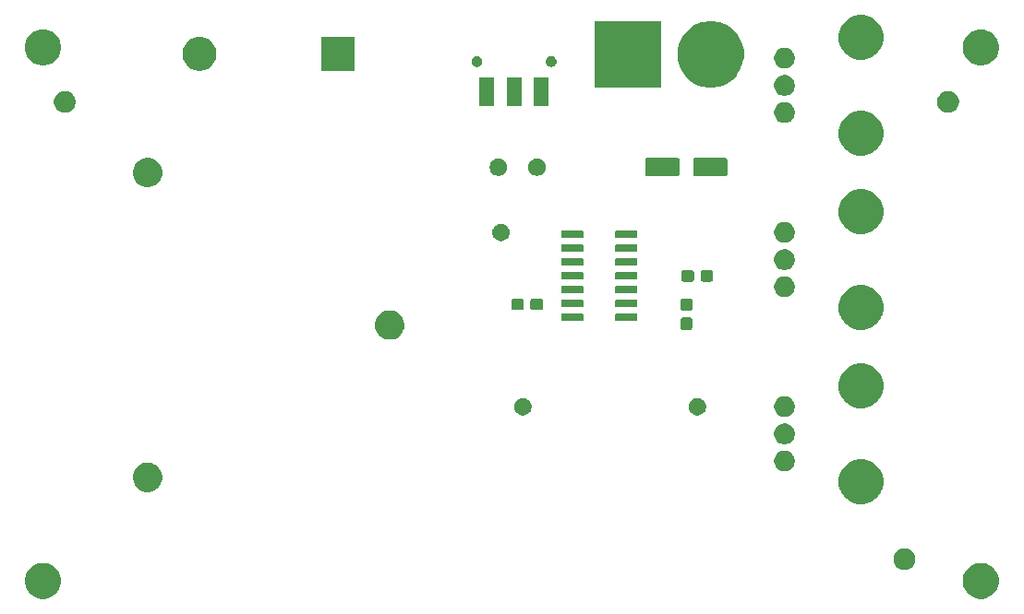
<source format=gbr>
G04 #@! TF.GenerationSoftware,KiCad,Pcbnew,(5.1.4-0-10_14)*
G04 #@! TF.CreationDate,2019-09-29T23:11:44+02:00*
G04 #@! TF.ProjectId,APC,4150432e-6b69-4636-9164-5f7063625858,rev?*
G04 #@! TF.SameCoordinates,Original*
G04 #@! TF.FileFunction,Soldermask,Top*
G04 #@! TF.FilePolarity,Negative*
%FSLAX46Y46*%
G04 Gerber Fmt 4.6, Leading zero omitted, Abs format (unit mm)*
G04 Created by KiCad (PCBNEW (5.1.4-0-10_14)) date 2019-09-29 23:11:44*
%MOMM*%
%LPD*%
G04 APERTURE LIST*
%ADD10C,0.100000*%
G04 APERTURE END LIST*
D10*
G36*
X175375256Y-96391298D02*
G01*
X175481579Y-96412447D01*
X175782042Y-96536903D01*
X176052451Y-96717585D01*
X176282415Y-96947549D01*
X176463097Y-97217958D01*
X176587553Y-97518421D01*
X176651000Y-97837391D01*
X176651000Y-98162609D01*
X176587553Y-98481579D01*
X176463097Y-98782042D01*
X176282415Y-99052451D01*
X176052451Y-99282415D01*
X175782042Y-99463097D01*
X175481579Y-99587553D01*
X175375256Y-99608702D01*
X175162611Y-99651000D01*
X174837389Y-99651000D01*
X174624744Y-99608702D01*
X174518421Y-99587553D01*
X174217958Y-99463097D01*
X173947549Y-99282415D01*
X173717585Y-99052451D01*
X173536903Y-98782042D01*
X173412447Y-98481579D01*
X173349000Y-98162609D01*
X173349000Y-97837391D01*
X173412447Y-97518421D01*
X173536903Y-97217958D01*
X173717585Y-96947549D01*
X173947549Y-96717585D01*
X174217958Y-96536903D01*
X174518421Y-96412447D01*
X174624744Y-96391298D01*
X174837389Y-96349000D01*
X175162611Y-96349000D01*
X175375256Y-96391298D01*
X175375256Y-96391298D01*
G37*
G36*
X89375256Y-96391298D02*
G01*
X89481579Y-96412447D01*
X89782042Y-96536903D01*
X90052451Y-96717585D01*
X90282415Y-96947549D01*
X90463097Y-97217958D01*
X90587553Y-97518421D01*
X90651000Y-97837391D01*
X90651000Y-98162609D01*
X90587553Y-98481579D01*
X90463097Y-98782042D01*
X90282415Y-99052451D01*
X90052451Y-99282415D01*
X89782042Y-99463097D01*
X89481579Y-99587553D01*
X89375256Y-99608702D01*
X89162611Y-99651000D01*
X88837389Y-99651000D01*
X88624744Y-99608702D01*
X88518421Y-99587553D01*
X88217958Y-99463097D01*
X87947549Y-99282415D01*
X87717585Y-99052451D01*
X87536903Y-98782042D01*
X87412447Y-98481579D01*
X87349000Y-98162609D01*
X87349000Y-97837391D01*
X87412447Y-97518421D01*
X87536903Y-97217958D01*
X87717585Y-96947549D01*
X87947549Y-96717585D01*
X88217958Y-96536903D01*
X88518421Y-96412447D01*
X88624744Y-96391298D01*
X88837389Y-96349000D01*
X89162611Y-96349000D01*
X89375256Y-96391298D01*
X89375256Y-96391298D01*
G37*
G36*
X168227290Y-95025619D02*
G01*
X168291689Y-95038429D01*
X168473678Y-95113811D01*
X168637463Y-95223249D01*
X168776751Y-95362537D01*
X168886189Y-95526322D01*
X168961571Y-95708311D01*
X169000000Y-95901509D01*
X169000000Y-96098491D01*
X168961571Y-96291689D01*
X168886189Y-96473678D01*
X168776751Y-96637463D01*
X168637463Y-96776751D01*
X168473678Y-96886189D01*
X168291689Y-96961571D01*
X168227290Y-96974381D01*
X168098493Y-97000000D01*
X167901507Y-97000000D01*
X167772710Y-96974381D01*
X167708311Y-96961571D01*
X167526322Y-96886189D01*
X167362537Y-96776751D01*
X167223249Y-96637463D01*
X167113811Y-96473678D01*
X167038429Y-96291689D01*
X167000000Y-96098491D01*
X167000000Y-95901509D01*
X167038429Y-95708311D01*
X167113811Y-95526322D01*
X167223249Y-95362537D01*
X167362537Y-95223249D01*
X167526322Y-95113811D01*
X167708311Y-95038429D01*
X167772710Y-95025619D01*
X167901507Y-95000000D01*
X168098493Y-95000000D01*
X168227290Y-95025619D01*
X168227290Y-95025619D01*
G37*
G36*
X164598254Y-86927818D02*
G01*
X164971511Y-87082426D01*
X164971513Y-87082427D01*
X165307436Y-87306884D01*
X165593116Y-87592564D01*
X165808196Y-87914453D01*
X165817574Y-87928489D01*
X165972182Y-88301746D01*
X166051000Y-88697993D01*
X166051000Y-89102007D01*
X165972182Y-89498254D01*
X165847575Y-89799082D01*
X165817573Y-89871513D01*
X165593116Y-90207436D01*
X165307436Y-90493116D01*
X164971513Y-90717573D01*
X164971512Y-90717574D01*
X164971511Y-90717574D01*
X164598254Y-90872182D01*
X164202007Y-90951000D01*
X163797993Y-90951000D01*
X163401746Y-90872182D01*
X163028489Y-90717574D01*
X163028488Y-90717574D01*
X163028487Y-90717573D01*
X162692564Y-90493116D01*
X162406884Y-90207436D01*
X162182427Y-89871513D01*
X162152425Y-89799082D01*
X162027818Y-89498254D01*
X161949000Y-89102007D01*
X161949000Y-88697993D01*
X162027818Y-88301746D01*
X162182426Y-87928489D01*
X162191805Y-87914453D01*
X162406884Y-87592564D01*
X162692564Y-87306884D01*
X163028487Y-87082427D01*
X163028489Y-87082426D01*
X163401746Y-86927818D01*
X163797993Y-86849000D01*
X164202007Y-86849000D01*
X164598254Y-86927818D01*
X164598254Y-86927818D01*
G37*
G36*
X98994072Y-87200918D02*
G01*
X99239939Y-87302759D01*
X99246112Y-87306884D01*
X99460997Y-87450466D01*
X99461212Y-87450610D01*
X99649390Y-87638788D01*
X99785685Y-87842766D01*
X99797242Y-87860063D01*
X99899082Y-88105928D01*
X99951000Y-88366937D01*
X99951000Y-88633063D01*
X99938084Y-88697994D01*
X99899082Y-88894072D01*
X99797241Y-89139939D01*
X99649390Y-89361212D01*
X99461212Y-89549390D01*
X99239939Y-89697241D01*
X99239938Y-89697242D01*
X99239937Y-89697242D01*
X98994072Y-89799082D01*
X98733063Y-89851000D01*
X98466937Y-89851000D01*
X98205928Y-89799082D01*
X97960063Y-89697242D01*
X97960062Y-89697242D01*
X97960061Y-89697241D01*
X97738788Y-89549390D01*
X97550610Y-89361212D01*
X97402759Y-89139939D01*
X97300918Y-88894072D01*
X97261916Y-88697994D01*
X97249000Y-88633063D01*
X97249000Y-88366937D01*
X97300918Y-88105928D01*
X97402758Y-87860063D01*
X97414316Y-87842766D01*
X97550610Y-87638788D01*
X97738788Y-87450610D01*
X97739004Y-87450466D01*
X97953888Y-87306884D01*
X97960061Y-87302759D01*
X98205928Y-87200918D01*
X98466937Y-87149000D01*
X98733063Y-87149000D01*
X98994072Y-87200918D01*
X98994072Y-87200918D01*
G37*
G36*
X157277395Y-86085546D02*
G01*
X157450466Y-86157234D01*
X157450467Y-86157235D01*
X157606227Y-86261310D01*
X157738690Y-86393773D01*
X157738691Y-86393775D01*
X157842766Y-86549534D01*
X157914454Y-86722605D01*
X157951000Y-86906333D01*
X157951000Y-87093667D01*
X157914454Y-87277395D01*
X157842766Y-87450466D01*
X157791081Y-87527818D01*
X157738690Y-87606227D01*
X157606227Y-87738690D01*
X157527818Y-87791081D01*
X157450466Y-87842766D01*
X157277395Y-87914454D01*
X157093667Y-87951000D01*
X156906333Y-87951000D01*
X156722605Y-87914454D01*
X156549534Y-87842766D01*
X156472182Y-87791081D01*
X156393773Y-87738690D01*
X156261310Y-87606227D01*
X156208919Y-87527818D01*
X156157234Y-87450466D01*
X156085546Y-87277395D01*
X156049000Y-87093667D01*
X156049000Y-86906333D01*
X156085546Y-86722605D01*
X156157234Y-86549534D01*
X156261309Y-86393775D01*
X156261310Y-86393773D01*
X156393773Y-86261310D01*
X156549533Y-86157235D01*
X156549534Y-86157234D01*
X156722605Y-86085546D01*
X156906333Y-86049000D01*
X157093667Y-86049000D01*
X157277395Y-86085546D01*
X157277395Y-86085546D01*
G37*
G36*
X157277395Y-83585546D02*
G01*
X157450466Y-83657234D01*
X157450467Y-83657235D01*
X157606227Y-83761310D01*
X157738690Y-83893773D01*
X157738691Y-83893775D01*
X157842766Y-84049534D01*
X157914454Y-84222605D01*
X157951000Y-84406333D01*
X157951000Y-84593667D01*
X157914454Y-84777395D01*
X157842766Y-84950466D01*
X157842765Y-84950467D01*
X157738690Y-85106227D01*
X157606227Y-85238690D01*
X157527818Y-85291081D01*
X157450466Y-85342766D01*
X157277395Y-85414454D01*
X157093667Y-85451000D01*
X156906333Y-85451000D01*
X156722605Y-85414454D01*
X156549534Y-85342766D01*
X156472182Y-85291081D01*
X156393773Y-85238690D01*
X156261310Y-85106227D01*
X156157235Y-84950467D01*
X156157234Y-84950466D01*
X156085546Y-84777395D01*
X156049000Y-84593667D01*
X156049000Y-84406333D01*
X156085546Y-84222605D01*
X156157234Y-84049534D01*
X156261309Y-83893775D01*
X156261310Y-83893773D01*
X156393773Y-83761310D01*
X156549533Y-83657235D01*
X156549534Y-83657234D01*
X156722605Y-83585546D01*
X156906333Y-83549000D01*
X157093667Y-83549000D01*
X157277395Y-83585546D01*
X157277395Y-83585546D01*
G37*
G36*
X157277395Y-81085546D02*
G01*
X157450466Y-81157234D01*
X157450467Y-81157235D01*
X157606227Y-81261310D01*
X157738690Y-81393773D01*
X157738691Y-81393775D01*
X157842766Y-81549534D01*
X157914454Y-81722605D01*
X157951000Y-81906333D01*
X157951000Y-82093667D01*
X157914454Y-82277395D01*
X157842766Y-82450466D01*
X157842765Y-82450467D01*
X157738690Y-82606227D01*
X157606227Y-82738690D01*
X157559042Y-82770218D01*
X157450466Y-82842766D01*
X157277395Y-82914454D01*
X157093667Y-82951000D01*
X156906333Y-82951000D01*
X156722605Y-82914454D01*
X156549534Y-82842766D01*
X156440958Y-82770218D01*
X156393773Y-82738690D01*
X156261310Y-82606227D01*
X156157235Y-82450467D01*
X156157234Y-82450466D01*
X156085546Y-82277395D01*
X156049000Y-82093667D01*
X156049000Y-81906333D01*
X156085546Y-81722605D01*
X156157234Y-81549534D01*
X156261309Y-81393775D01*
X156261310Y-81393773D01*
X156393773Y-81261310D01*
X156549533Y-81157235D01*
X156549534Y-81157234D01*
X156722605Y-81085546D01*
X156906333Y-81049000D01*
X157093667Y-81049000D01*
X157277395Y-81085546D01*
X157277395Y-81085546D01*
G37*
G36*
X149233642Y-81229781D02*
G01*
X149309759Y-81261310D01*
X149379416Y-81290163D01*
X149510608Y-81377822D01*
X149622178Y-81489392D01*
X149662363Y-81549534D01*
X149709838Y-81620586D01*
X149770219Y-81766358D01*
X149801000Y-81921107D01*
X149801000Y-82078893D01*
X149770219Y-82233642D01*
X149752095Y-82277396D01*
X149709837Y-82379416D01*
X149622178Y-82510608D01*
X149510608Y-82622178D01*
X149379416Y-82709837D01*
X149379415Y-82709838D01*
X149379414Y-82709838D01*
X149233642Y-82770219D01*
X149078893Y-82801000D01*
X148921107Y-82801000D01*
X148766358Y-82770219D01*
X148620586Y-82709838D01*
X148620585Y-82709838D01*
X148620584Y-82709837D01*
X148489392Y-82622178D01*
X148377822Y-82510608D01*
X148290163Y-82379416D01*
X148247905Y-82277396D01*
X148229781Y-82233642D01*
X148199000Y-82078893D01*
X148199000Y-81921107D01*
X148229781Y-81766358D01*
X148290162Y-81620586D01*
X148337637Y-81549534D01*
X148377822Y-81489392D01*
X148489392Y-81377822D01*
X148620584Y-81290163D01*
X148690241Y-81261310D01*
X148766358Y-81229781D01*
X148921107Y-81199000D01*
X149078893Y-81199000D01*
X149233642Y-81229781D01*
X149233642Y-81229781D01*
G37*
G36*
X133233642Y-81229781D02*
G01*
X133309759Y-81261310D01*
X133379416Y-81290163D01*
X133510608Y-81377822D01*
X133622178Y-81489392D01*
X133662363Y-81549534D01*
X133709838Y-81620586D01*
X133770219Y-81766358D01*
X133801000Y-81921107D01*
X133801000Y-82078893D01*
X133770219Y-82233642D01*
X133752095Y-82277396D01*
X133709837Y-82379416D01*
X133622178Y-82510608D01*
X133510608Y-82622178D01*
X133379416Y-82709837D01*
X133379415Y-82709838D01*
X133379414Y-82709838D01*
X133233642Y-82770219D01*
X133078893Y-82801000D01*
X132921107Y-82801000D01*
X132766358Y-82770219D01*
X132620586Y-82709838D01*
X132620585Y-82709838D01*
X132620584Y-82709837D01*
X132489392Y-82622178D01*
X132377822Y-82510608D01*
X132290163Y-82379416D01*
X132247905Y-82277396D01*
X132229781Y-82233642D01*
X132199000Y-82078893D01*
X132199000Y-81921107D01*
X132229781Y-81766358D01*
X132290162Y-81620586D01*
X132337637Y-81549534D01*
X132377822Y-81489392D01*
X132489392Y-81377822D01*
X132620584Y-81290163D01*
X132690241Y-81261310D01*
X132766358Y-81229781D01*
X132921107Y-81199000D01*
X133078893Y-81199000D01*
X133233642Y-81229781D01*
X133233642Y-81229781D01*
G37*
G36*
X164598254Y-78127818D02*
G01*
X164971511Y-78282426D01*
X164971513Y-78282427D01*
X165307436Y-78506884D01*
X165593116Y-78792564D01*
X165817574Y-79128489D01*
X165972182Y-79501746D01*
X166051000Y-79897993D01*
X166051000Y-80302007D01*
X165972182Y-80698254D01*
X165826898Y-81049000D01*
X165817573Y-81071513D01*
X165593116Y-81407436D01*
X165307436Y-81693116D01*
X164971513Y-81917573D01*
X164971512Y-81917574D01*
X164971511Y-81917574D01*
X164598254Y-82072182D01*
X164202007Y-82151000D01*
X163797993Y-82151000D01*
X163401746Y-82072182D01*
X163028489Y-81917574D01*
X163028488Y-81917574D01*
X163028487Y-81917573D01*
X162692564Y-81693116D01*
X162406884Y-81407436D01*
X162182427Y-81071513D01*
X162173102Y-81049000D01*
X162027818Y-80698254D01*
X161949000Y-80302007D01*
X161949000Y-79897993D01*
X162027818Y-79501746D01*
X162182426Y-79128489D01*
X162406884Y-78792564D01*
X162692564Y-78506884D01*
X163028487Y-78282427D01*
X163028489Y-78282426D01*
X163401746Y-78127818D01*
X163797993Y-78049000D01*
X164202007Y-78049000D01*
X164598254Y-78127818D01*
X164598254Y-78127818D01*
G37*
G36*
X121093837Y-73180980D02*
G01*
X121194072Y-73200918D01*
X121439939Y-73302759D01*
X121551328Y-73377187D01*
X121661211Y-73450609D01*
X121849391Y-73638789D01*
X121997242Y-73860063D01*
X122099082Y-74105928D01*
X122151000Y-74366937D01*
X122151000Y-74633063D01*
X122119883Y-74789499D01*
X122099082Y-74894072D01*
X121997241Y-75139939D01*
X121849390Y-75361212D01*
X121661212Y-75549390D01*
X121439939Y-75697241D01*
X121439938Y-75697242D01*
X121439937Y-75697242D01*
X121194072Y-75799082D01*
X120933063Y-75851000D01*
X120666937Y-75851000D01*
X120405928Y-75799082D01*
X120160063Y-75697242D01*
X120160062Y-75697242D01*
X120160061Y-75697241D01*
X119938788Y-75549390D01*
X119750610Y-75361212D01*
X119602759Y-75139939D01*
X119500918Y-74894072D01*
X119480117Y-74789499D01*
X119449000Y-74633063D01*
X119449000Y-74366937D01*
X119500918Y-74105928D01*
X119602758Y-73860063D01*
X119750609Y-73638789D01*
X119938789Y-73450609D01*
X120048672Y-73377187D01*
X120160061Y-73302759D01*
X120405928Y-73200918D01*
X120506163Y-73180980D01*
X120666937Y-73149000D01*
X120933063Y-73149000D01*
X121093837Y-73180980D01*
X121093837Y-73180980D01*
G37*
G36*
X164598254Y-70927818D02*
G01*
X164918002Y-71060262D01*
X164971513Y-71082427D01*
X165307436Y-71306884D01*
X165593116Y-71592564D01*
X165808196Y-71914453D01*
X165817574Y-71928489D01*
X165972182Y-72301746D01*
X166051000Y-72697993D01*
X166051000Y-73102007D01*
X165972182Y-73498254D01*
X165847609Y-73799000D01*
X165817573Y-73871513D01*
X165593116Y-74207436D01*
X165307436Y-74493116D01*
X164971513Y-74717573D01*
X164971512Y-74717574D01*
X164971511Y-74717574D01*
X164598254Y-74872182D01*
X164202007Y-74951000D01*
X163797993Y-74951000D01*
X163401746Y-74872182D01*
X163028489Y-74717574D01*
X163028488Y-74717574D01*
X163028487Y-74717573D01*
X162692564Y-74493116D01*
X162406884Y-74207436D01*
X162182427Y-73871513D01*
X162152391Y-73799000D01*
X162027818Y-73498254D01*
X161949000Y-73102007D01*
X161949000Y-72697993D01*
X162027818Y-72301746D01*
X162182426Y-71928489D01*
X162191805Y-71914453D01*
X162406884Y-71592564D01*
X162692564Y-71306884D01*
X163028487Y-71082427D01*
X163081998Y-71060262D01*
X163401746Y-70927818D01*
X163797993Y-70849000D01*
X164202007Y-70849000D01*
X164598254Y-70927818D01*
X164598254Y-70927818D01*
G37*
G36*
X148364499Y-73803445D02*
G01*
X148401995Y-73814820D01*
X148436554Y-73833292D01*
X148466847Y-73858153D01*
X148491708Y-73888446D01*
X148510180Y-73923005D01*
X148521555Y-73960501D01*
X148526000Y-74005638D01*
X148526000Y-74744362D01*
X148521555Y-74789499D01*
X148510180Y-74826995D01*
X148491708Y-74861554D01*
X148466847Y-74891847D01*
X148436554Y-74916708D01*
X148401995Y-74935180D01*
X148364499Y-74946555D01*
X148319362Y-74951000D01*
X147680638Y-74951000D01*
X147635501Y-74946555D01*
X147598005Y-74935180D01*
X147563446Y-74916708D01*
X147533153Y-74891847D01*
X147508292Y-74861554D01*
X147489820Y-74826995D01*
X147478445Y-74789499D01*
X147474000Y-74744362D01*
X147474000Y-74005638D01*
X147478445Y-73960501D01*
X147489820Y-73923005D01*
X147508292Y-73888446D01*
X147533153Y-73858153D01*
X147563446Y-73833292D01*
X147598005Y-73814820D01*
X147635501Y-73803445D01*
X147680638Y-73799000D01*
X148319362Y-73799000D01*
X148364499Y-73803445D01*
X148364499Y-73803445D01*
G37*
G36*
X138459928Y-73461764D02*
G01*
X138481009Y-73468160D01*
X138500445Y-73478548D01*
X138517476Y-73492524D01*
X138531452Y-73509555D01*
X138541840Y-73528991D01*
X138548236Y-73550072D01*
X138551000Y-73578140D01*
X138551000Y-74041860D01*
X138548236Y-74069928D01*
X138541840Y-74091009D01*
X138531452Y-74110445D01*
X138517476Y-74127476D01*
X138500445Y-74141452D01*
X138481009Y-74151840D01*
X138459928Y-74158236D01*
X138431860Y-74161000D01*
X136618140Y-74161000D01*
X136590072Y-74158236D01*
X136568991Y-74151840D01*
X136549555Y-74141452D01*
X136532524Y-74127476D01*
X136518548Y-74110445D01*
X136508160Y-74091009D01*
X136501764Y-74069928D01*
X136499000Y-74041860D01*
X136499000Y-73578140D01*
X136501764Y-73550072D01*
X136508160Y-73528991D01*
X136518548Y-73509555D01*
X136532524Y-73492524D01*
X136549555Y-73478548D01*
X136568991Y-73468160D01*
X136590072Y-73461764D01*
X136618140Y-73459000D01*
X138431860Y-73459000D01*
X138459928Y-73461764D01*
X138459928Y-73461764D01*
G37*
G36*
X143409928Y-73461764D02*
G01*
X143431009Y-73468160D01*
X143450445Y-73478548D01*
X143467476Y-73492524D01*
X143481452Y-73509555D01*
X143491840Y-73528991D01*
X143498236Y-73550072D01*
X143501000Y-73578140D01*
X143501000Y-74041860D01*
X143498236Y-74069928D01*
X143491840Y-74091009D01*
X143481452Y-74110445D01*
X143467476Y-74127476D01*
X143450445Y-74141452D01*
X143431009Y-74151840D01*
X143409928Y-74158236D01*
X143381860Y-74161000D01*
X141568140Y-74161000D01*
X141540072Y-74158236D01*
X141518991Y-74151840D01*
X141499555Y-74141452D01*
X141482524Y-74127476D01*
X141468548Y-74110445D01*
X141458160Y-74091009D01*
X141451764Y-74069928D01*
X141449000Y-74041860D01*
X141449000Y-73578140D01*
X141451764Y-73550072D01*
X141458160Y-73528991D01*
X141468548Y-73509555D01*
X141482524Y-73492524D01*
X141499555Y-73478548D01*
X141518991Y-73468160D01*
X141540072Y-73461764D01*
X141568140Y-73459000D01*
X143381860Y-73459000D01*
X143409928Y-73461764D01*
X143409928Y-73461764D01*
G37*
G36*
X148364499Y-72053445D02*
G01*
X148401995Y-72064820D01*
X148436554Y-72083292D01*
X148466847Y-72108153D01*
X148491708Y-72138446D01*
X148510180Y-72173005D01*
X148521555Y-72210501D01*
X148526000Y-72255638D01*
X148526000Y-72994362D01*
X148521555Y-73039499D01*
X148510180Y-73076995D01*
X148491708Y-73111554D01*
X148466847Y-73141847D01*
X148436554Y-73166708D01*
X148401995Y-73185180D01*
X148364499Y-73196555D01*
X148319362Y-73201000D01*
X147680638Y-73201000D01*
X147635501Y-73196555D01*
X147598005Y-73185180D01*
X147563446Y-73166708D01*
X147533153Y-73141847D01*
X147508292Y-73111554D01*
X147489820Y-73076995D01*
X147478445Y-73039499D01*
X147474000Y-72994362D01*
X147474000Y-72255638D01*
X147478445Y-72210501D01*
X147489820Y-72173005D01*
X147508292Y-72138446D01*
X147533153Y-72108153D01*
X147563446Y-72083292D01*
X147598005Y-72064820D01*
X147635501Y-72053445D01*
X147680638Y-72049000D01*
X148319362Y-72049000D01*
X148364499Y-72053445D01*
X148364499Y-72053445D01*
G37*
G36*
X134689499Y-72078445D02*
G01*
X134726995Y-72089820D01*
X134761554Y-72108292D01*
X134791847Y-72133153D01*
X134816708Y-72163446D01*
X134835180Y-72198005D01*
X134846555Y-72235501D01*
X134851000Y-72280638D01*
X134851000Y-72919362D01*
X134846555Y-72964499D01*
X134835180Y-73001995D01*
X134816708Y-73036554D01*
X134791847Y-73066847D01*
X134761554Y-73091708D01*
X134726995Y-73110180D01*
X134689499Y-73121555D01*
X134644362Y-73126000D01*
X133905638Y-73126000D01*
X133860501Y-73121555D01*
X133823005Y-73110180D01*
X133788446Y-73091708D01*
X133758153Y-73066847D01*
X133733292Y-73036554D01*
X133714820Y-73001995D01*
X133703445Y-72964499D01*
X133699000Y-72919362D01*
X133699000Y-72280638D01*
X133703445Y-72235501D01*
X133714820Y-72198005D01*
X133733292Y-72163446D01*
X133758153Y-72133153D01*
X133788446Y-72108292D01*
X133823005Y-72089820D01*
X133860501Y-72078445D01*
X133905638Y-72074000D01*
X134644362Y-72074000D01*
X134689499Y-72078445D01*
X134689499Y-72078445D01*
G37*
G36*
X132939499Y-72078445D02*
G01*
X132976995Y-72089820D01*
X133011554Y-72108292D01*
X133041847Y-72133153D01*
X133066708Y-72163446D01*
X133085180Y-72198005D01*
X133096555Y-72235501D01*
X133101000Y-72280638D01*
X133101000Y-72919362D01*
X133096555Y-72964499D01*
X133085180Y-73001995D01*
X133066708Y-73036554D01*
X133041847Y-73066847D01*
X133011554Y-73091708D01*
X132976995Y-73110180D01*
X132939499Y-73121555D01*
X132894362Y-73126000D01*
X132155638Y-73126000D01*
X132110501Y-73121555D01*
X132073005Y-73110180D01*
X132038446Y-73091708D01*
X132008153Y-73066847D01*
X131983292Y-73036554D01*
X131964820Y-73001995D01*
X131953445Y-72964499D01*
X131949000Y-72919362D01*
X131949000Y-72280638D01*
X131953445Y-72235501D01*
X131964820Y-72198005D01*
X131983292Y-72163446D01*
X132008153Y-72133153D01*
X132038446Y-72108292D01*
X132073005Y-72089820D01*
X132110501Y-72078445D01*
X132155638Y-72074000D01*
X132894362Y-72074000D01*
X132939499Y-72078445D01*
X132939499Y-72078445D01*
G37*
G36*
X138459928Y-72191764D02*
G01*
X138481009Y-72198160D01*
X138500445Y-72208548D01*
X138517476Y-72222524D01*
X138531452Y-72239555D01*
X138541840Y-72258991D01*
X138548236Y-72280072D01*
X138551000Y-72308140D01*
X138551000Y-72771860D01*
X138548236Y-72799928D01*
X138541840Y-72821009D01*
X138531452Y-72840445D01*
X138517476Y-72857476D01*
X138500445Y-72871452D01*
X138481009Y-72881840D01*
X138459928Y-72888236D01*
X138431860Y-72891000D01*
X136618140Y-72891000D01*
X136590072Y-72888236D01*
X136568991Y-72881840D01*
X136549555Y-72871452D01*
X136532524Y-72857476D01*
X136518548Y-72840445D01*
X136508160Y-72821009D01*
X136501764Y-72799928D01*
X136499000Y-72771860D01*
X136499000Y-72308140D01*
X136501764Y-72280072D01*
X136508160Y-72258991D01*
X136518548Y-72239555D01*
X136532524Y-72222524D01*
X136549555Y-72208548D01*
X136568991Y-72198160D01*
X136590072Y-72191764D01*
X136618140Y-72189000D01*
X138431860Y-72189000D01*
X138459928Y-72191764D01*
X138459928Y-72191764D01*
G37*
G36*
X143409928Y-72191764D02*
G01*
X143431009Y-72198160D01*
X143450445Y-72208548D01*
X143467476Y-72222524D01*
X143481452Y-72239555D01*
X143491840Y-72258991D01*
X143498236Y-72280072D01*
X143501000Y-72308140D01*
X143501000Y-72771860D01*
X143498236Y-72799928D01*
X143491840Y-72821009D01*
X143481452Y-72840445D01*
X143467476Y-72857476D01*
X143450445Y-72871452D01*
X143431009Y-72881840D01*
X143409928Y-72888236D01*
X143381860Y-72891000D01*
X141568140Y-72891000D01*
X141540072Y-72888236D01*
X141518991Y-72881840D01*
X141499555Y-72871452D01*
X141482524Y-72857476D01*
X141468548Y-72840445D01*
X141458160Y-72821009D01*
X141451764Y-72799928D01*
X141449000Y-72771860D01*
X141449000Y-72308140D01*
X141451764Y-72280072D01*
X141458160Y-72258991D01*
X141468548Y-72239555D01*
X141482524Y-72222524D01*
X141499555Y-72208548D01*
X141518991Y-72198160D01*
X141540072Y-72191764D01*
X141568140Y-72189000D01*
X143381860Y-72189000D01*
X143409928Y-72191764D01*
X143409928Y-72191764D01*
G37*
G36*
X157277395Y-70085546D02*
G01*
X157450466Y-70157234D01*
X157450467Y-70157235D01*
X157606227Y-70261310D01*
X157738690Y-70393773D01*
X157748941Y-70409115D01*
X157842766Y-70549534D01*
X157914454Y-70722605D01*
X157951000Y-70906333D01*
X157951000Y-71093667D01*
X157914454Y-71277395D01*
X157842766Y-71450466D01*
X157791081Y-71527818D01*
X157738690Y-71606227D01*
X157606227Y-71738690D01*
X157527818Y-71791081D01*
X157450466Y-71842766D01*
X157277395Y-71914454D01*
X157093667Y-71951000D01*
X156906333Y-71951000D01*
X156722605Y-71914454D01*
X156549534Y-71842766D01*
X156472182Y-71791081D01*
X156393773Y-71738690D01*
X156261310Y-71606227D01*
X156208919Y-71527818D01*
X156157234Y-71450466D01*
X156085546Y-71277395D01*
X156049000Y-71093667D01*
X156049000Y-70906333D01*
X156085546Y-70722605D01*
X156157234Y-70549534D01*
X156251059Y-70409115D01*
X156261310Y-70393773D01*
X156393773Y-70261310D01*
X156549533Y-70157235D01*
X156549534Y-70157234D01*
X156722605Y-70085546D01*
X156906333Y-70049000D01*
X157093667Y-70049000D01*
X157277395Y-70085546D01*
X157277395Y-70085546D01*
G37*
G36*
X138459928Y-70921764D02*
G01*
X138481009Y-70928160D01*
X138500445Y-70938548D01*
X138517476Y-70952524D01*
X138531452Y-70969555D01*
X138541840Y-70988991D01*
X138548236Y-71010072D01*
X138551000Y-71038140D01*
X138551000Y-71501860D01*
X138548236Y-71529928D01*
X138541840Y-71551009D01*
X138531452Y-71570445D01*
X138517476Y-71587476D01*
X138500445Y-71601452D01*
X138481009Y-71611840D01*
X138459928Y-71618236D01*
X138431860Y-71621000D01*
X136618140Y-71621000D01*
X136590072Y-71618236D01*
X136568991Y-71611840D01*
X136549555Y-71601452D01*
X136532524Y-71587476D01*
X136518548Y-71570445D01*
X136508160Y-71551009D01*
X136501764Y-71529928D01*
X136499000Y-71501860D01*
X136499000Y-71038140D01*
X136501764Y-71010072D01*
X136508160Y-70988991D01*
X136518548Y-70969555D01*
X136532524Y-70952524D01*
X136549555Y-70938548D01*
X136568991Y-70928160D01*
X136590072Y-70921764D01*
X136618140Y-70919000D01*
X138431860Y-70919000D01*
X138459928Y-70921764D01*
X138459928Y-70921764D01*
G37*
G36*
X143409928Y-70921764D02*
G01*
X143431009Y-70928160D01*
X143450445Y-70938548D01*
X143467476Y-70952524D01*
X143481452Y-70969555D01*
X143491840Y-70988991D01*
X143498236Y-71010072D01*
X143501000Y-71038140D01*
X143501000Y-71501860D01*
X143498236Y-71529928D01*
X143491840Y-71551009D01*
X143481452Y-71570445D01*
X143467476Y-71587476D01*
X143450445Y-71601452D01*
X143431009Y-71611840D01*
X143409928Y-71618236D01*
X143381860Y-71621000D01*
X141568140Y-71621000D01*
X141540072Y-71618236D01*
X141518991Y-71611840D01*
X141499555Y-71601452D01*
X141482524Y-71587476D01*
X141468548Y-71570445D01*
X141458160Y-71551009D01*
X141451764Y-71529928D01*
X141449000Y-71501860D01*
X141449000Y-71038140D01*
X141451764Y-71010072D01*
X141458160Y-70988991D01*
X141468548Y-70969555D01*
X141482524Y-70952524D01*
X141499555Y-70938548D01*
X141518991Y-70928160D01*
X141540072Y-70921764D01*
X141568140Y-70919000D01*
X143381860Y-70919000D01*
X143409928Y-70921764D01*
X143409928Y-70921764D01*
G37*
G36*
X150289499Y-69478445D02*
G01*
X150326995Y-69489820D01*
X150361554Y-69508292D01*
X150391847Y-69533153D01*
X150416708Y-69563446D01*
X150435180Y-69598005D01*
X150446555Y-69635501D01*
X150451000Y-69680638D01*
X150451000Y-70319362D01*
X150446555Y-70364499D01*
X150435180Y-70401995D01*
X150416708Y-70436554D01*
X150391847Y-70466847D01*
X150361554Y-70491708D01*
X150326995Y-70510180D01*
X150289499Y-70521555D01*
X150244362Y-70526000D01*
X149505638Y-70526000D01*
X149460501Y-70521555D01*
X149423005Y-70510180D01*
X149388446Y-70491708D01*
X149358153Y-70466847D01*
X149333292Y-70436554D01*
X149314820Y-70401995D01*
X149303445Y-70364499D01*
X149299000Y-70319362D01*
X149299000Y-69680638D01*
X149303445Y-69635501D01*
X149314820Y-69598005D01*
X149333292Y-69563446D01*
X149358153Y-69533153D01*
X149388446Y-69508292D01*
X149423005Y-69489820D01*
X149460501Y-69478445D01*
X149505638Y-69474000D01*
X150244362Y-69474000D01*
X150289499Y-69478445D01*
X150289499Y-69478445D01*
G37*
G36*
X148539499Y-69478445D02*
G01*
X148576995Y-69489820D01*
X148611554Y-69508292D01*
X148641847Y-69533153D01*
X148666708Y-69563446D01*
X148685180Y-69598005D01*
X148696555Y-69635501D01*
X148701000Y-69680638D01*
X148701000Y-70319362D01*
X148696555Y-70364499D01*
X148685180Y-70401995D01*
X148666708Y-70436554D01*
X148641847Y-70466847D01*
X148611554Y-70491708D01*
X148576995Y-70510180D01*
X148539499Y-70521555D01*
X148494362Y-70526000D01*
X147755638Y-70526000D01*
X147710501Y-70521555D01*
X147673005Y-70510180D01*
X147638446Y-70491708D01*
X147608153Y-70466847D01*
X147583292Y-70436554D01*
X147564820Y-70401995D01*
X147553445Y-70364499D01*
X147549000Y-70319362D01*
X147549000Y-69680638D01*
X147553445Y-69635501D01*
X147564820Y-69598005D01*
X147583292Y-69563446D01*
X147608153Y-69533153D01*
X147638446Y-69508292D01*
X147673005Y-69489820D01*
X147710501Y-69478445D01*
X147755638Y-69474000D01*
X148494362Y-69474000D01*
X148539499Y-69478445D01*
X148539499Y-69478445D01*
G37*
G36*
X138459928Y-69651764D02*
G01*
X138481009Y-69658160D01*
X138500445Y-69668548D01*
X138517476Y-69682524D01*
X138531452Y-69699555D01*
X138541840Y-69718991D01*
X138548236Y-69740072D01*
X138551000Y-69768140D01*
X138551000Y-70231860D01*
X138548236Y-70259928D01*
X138541840Y-70281009D01*
X138531452Y-70300445D01*
X138517476Y-70317476D01*
X138500445Y-70331452D01*
X138481009Y-70341840D01*
X138459928Y-70348236D01*
X138431860Y-70351000D01*
X136618140Y-70351000D01*
X136590072Y-70348236D01*
X136568991Y-70341840D01*
X136549555Y-70331452D01*
X136532524Y-70317476D01*
X136518548Y-70300445D01*
X136508160Y-70281009D01*
X136501764Y-70259928D01*
X136499000Y-70231860D01*
X136499000Y-69768140D01*
X136501764Y-69740072D01*
X136508160Y-69718991D01*
X136518548Y-69699555D01*
X136532524Y-69682524D01*
X136549555Y-69668548D01*
X136568991Y-69658160D01*
X136590072Y-69651764D01*
X136618140Y-69649000D01*
X138431860Y-69649000D01*
X138459928Y-69651764D01*
X138459928Y-69651764D01*
G37*
G36*
X143409928Y-69651764D02*
G01*
X143431009Y-69658160D01*
X143450445Y-69668548D01*
X143467476Y-69682524D01*
X143481452Y-69699555D01*
X143491840Y-69718991D01*
X143498236Y-69740072D01*
X143501000Y-69768140D01*
X143501000Y-70231860D01*
X143498236Y-70259928D01*
X143491840Y-70281009D01*
X143481452Y-70300445D01*
X143467476Y-70317476D01*
X143450445Y-70331452D01*
X143431009Y-70341840D01*
X143409928Y-70348236D01*
X143381860Y-70351000D01*
X141568140Y-70351000D01*
X141540072Y-70348236D01*
X141518991Y-70341840D01*
X141499555Y-70331452D01*
X141482524Y-70317476D01*
X141468548Y-70300445D01*
X141458160Y-70281009D01*
X141451764Y-70259928D01*
X141449000Y-70231860D01*
X141449000Y-69768140D01*
X141451764Y-69740072D01*
X141458160Y-69718991D01*
X141468548Y-69699555D01*
X141482524Y-69682524D01*
X141499555Y-69668548D01*
X141518991Y-69658160D01*
X141540072Y-69651764D01*
X141568140Y-69649000D01*
X143381860Y-69649000D01*
X143409928Y-69651764D01*
X143409928Y-69651764D01*
G37*
G36*
X157277395Y-67585546D02*
G01*
X157450466Y-67657234D01*
X157502287Y-67691860D01*
X157606227Y-67761310D01*
X157738690Y-67893773D01*
X157738691Y-67893775D01*
X157842766Y-68049534D01*
X157914454Y-68222605D01*
X157951000Y-68406333D01*
X157951000Y-68593667D01*
X157914454Y-68777395D01*
X157842766Y-68950466D01*
X157827936Y-68972661D01*
X157738690Y-69106227D01*
X157606227Y-69238690D01*
X157527818Y-69291081D01*
X157450466Y-69342766D01*
X157277395Y-69414454D01*
X157093667Y-69451000D01*
X156906333Y-69451000D01*
X156722605Y-69414454D01*
X156549534Y-69342766D01*
X156472182Y-69291081D01*
X156393773Y-69238690D01*
X156261310Y-69106227D01*
X156172064Y-68972661D01*
X156157234Y-68950466D01*
X156085546Y-68777395D01*
X156049000Y-68593667D01*
X156049000Y-68406333D01*
X156085546Y-68222605D01*
X156157234Y-68049534D01*
X156261309Y-67893775D01*
X156261310Y-67893773D01*
X156393773Y-67761310D01*
X156497713Y-67691860D01*
X156549534Y-67657234D01*
X156722605Y-67585546D01*
X156906333Y-67549000D01*
X157093667Y-67549000D01*
X157277395Y-67585546D01*
X157277395Y-67585546D01*
G37*
G36*
X138459928Y-68381764D02*
G01*
X138481009Y-68388160D01*
X138500445Y-68398548D01*
X138517476Y-68412524D01*
X138531452Y-68429555D01*
X138541840Y-68448991D01*
X138548236Y-68470072D01*
X138551000Y-68498140D01*
X138551000Y-68961860D01*
X138548236Y-68989928D01*
X138541840Y-69011009D01*
X138531452Y-69030445D01*
X138517476Y-69047476D01*
X138500445Y-69061452D01*
X138481009Y-69071840D01*
X138459928Y-69078236D01*
X138431860Y-69081000D01*
X136618140Y-69081000D01*
X136590072Y-69078236D01*
X136568991Y-69071840D01*
X136549555Y-69061452D01*
X136532524Y-69047476D01*
X136518548Y-69030445D01*
X136508160Y-69011009D01*
X136501764Y-68989928D01*
X136499000Y-68961860D01*
X136499000Y-68498140D01*
X136501764Y-68470072D01*
X136508160Y-68448991D01*
X136518548Y-68429555D01*
X136532524Y-68412524D01*
X136549555Y-68398548D01*
X136568991Y-68388160D01*
X136590072Y-68381764D01*
X136618140Y-68379000D01*
X138431860Y-68379000D01*
X138459928Y-68381764D01*
X138459928Y-68381764D01*
G37*
G36*
X143409928Y-68381764D02*
G01*
X143431009Y-68388160D01*
X143450445Y-68398548D01*
X143467476Y-68412524D01*
X143481452Y-68429555D01*
X143491840Y-68448991D01*
X143498236Y-68470072D01*
X143501000Y-68498140D01*
X143501000Y-68961860D01*
X143498236Y-68989928D01*
X143491840Y-69011009D01*
X143481452Y-69030445D01*
X143467476Y-69047476D01*
X143450445Y-69061452D01*
X143431009Y-69071840D01*
X143409928Y-69078236D01*
X143381860Y-69081000D01*
X141568140Y-69081000D01*
X141540072Y-69078236D01*
X141518991Y-69071840D01*
X141499555Y-69061452D01*
X141482524Y-69047476D01*
X141468548Y-69030445D01*
X141458160Y-69011009D01*
X141451764Y-68989928D01*
X141449000Y-68961860D01*
X141449000Y-68498140D01*
X141451764Y-68470072D01*
X141458160Y-68448991D01*
X141468548Y-68429555D01*
X141482524Y-68412524D01*
X141499555Y-68398548D01*
X141518991Y-68388160D01*
X141540072Y-68381764D01*
X141568140Y-68379000D01*
X143381860Y-68379000D01*
X143409928Y-68381764D01*
X143409928Y-68381764D01*
G37*
G36*
X138459928Y-67111764D02*
G01*
X138481009Y-67118160D01*
X138500445Y-67128548D01*
X138517476Y-67142524D01*
X138531452Y-67159555D01*
X138541840Y-67178991D01*
X138548236Y-67200072D01*
X138551000Y-67228140D01*
X138551000Y-67691860D01*
X138548236Y-67719928D01*
X138541840Y-67741009D01*
X138531452Y-67760445D01*
X138517476Y-67777476D01*
X138500445Y-67791452D01*
X138481009Y-67801840D01*
X138459928Y-67808236D01*
X138431860Y-67811000D01*
X136618140Y-67811000D01*
X136590072Y-67808236D01*
X136568991Y-67801840D01*
X136549555Y-67791452D01*
X136532524Y-67777476D01*
X136518548Y-67760445D01*
X136508160Y-67741009D01*
X136501764Y-67719928D01*
X136499000Y-67691860D01*
X136499000Y-67228140D01*
X136501764Y-67200072D01*
X136508160Y-67178991D01*
X136518548Y-67159555D01*
X136532524Y-67142524D01*
X136549555Y-67128548D01*
X136568991Y-67118160D01*
X136590072Y-67111764D01*
X136618140Y-67109000D01*
X138431860Y-67109000D01*
X138459928Y-67111764D01*
X138459928Y-67111764D01*
G37*
G36*
X143409928Y-67111764D02*
G01*
X143431009Y-67118160D01*
X143450445Y-67128548D01*
X143467476Y-67142524D01*
X143481452Y-67159555D01*
X143491840Y-67178991D01*
X143498236Y-67200072D01*
X143501000Y-67228140D01*
X143501000Y-67691860D01*
X143498236Y-67719928D01*
X143491840Y-67741009D01*
X143481452Y-67760445D01*
X143467476Y-67777476D01*
X143450445Y-67791452D01*
X143431009Y-67801840D01*
X143409928Y-67808236D01*
X143381860Y-67811000D01*
X141568140Y-67811000D01*
X141540072Y-67808236D01*
X141518991Y-67801840D01*
X141499555Y-67791452D01*
X141482524Y-67777476D01*
X141468548Y-67760445D01*
X141458160Y-67741009D01*
X141451764Y-67719928D01*
X141449000Y-67691860D01*
X141449000Y-67228140D01*
X141451764Y-67200072D01*
X141458160Y-67178991D01*
X141468548Y-67159555D01*
X141482524Y-67142524D01*
X141499555Y-67128548D01*
X141518991Y-67118160D01*
X141540072Y-67111764D01*
X141568140Y-67109000D01*
X143381860Y-67109000D01*
X143409928Y-67111764D01*
X143409928Y-67111764D01*
G37*
G36*
X157277395Y-65085546D02*
G01*
X157450466Y-65157234D01*
X157450467Y-65157235D01*
X157606227Y-65261310D01*
X157738690Y-65393773D01*
X157738691Y-65393775D01*
X157842766Y-65549534D01*
X157914454Y-65722605D01*
X157951000Y-65906333D01*
X157951000Y-66093667D01*
X157914454Y-66277395D01*
X157842766Y-66450466D01*
X157816619Y-66489597D01*
X157738690Y-66606227D01*
X157606227Y-66738690D01*
X157559042Y-66770218D01*
X157450466Y-66842766D01*
X157277395Y-66914454D01*
X157093667Y-66951000D01*
X156906333Y-66951000D01*
X156722605Y-66914454D01*
X156549534Y-66842766D01*
X156440958Y-66770218D01*
X156393773Y-66738690D01*
X156261310Y-66606227D01*
X156183381Y-66489597D01*
X156157234Y-66450466D01*
X156085546Y-66277395D01*
X156049000Y-66093667D01*
X156049000Y-65906333D01*
X156085546Y-65722605D01*
X156157234Y-65549534D01*
X156261309Y-65393775D01*
X156261310Y-65393773D01*
X156393773Y-65261310D01*
X156549533Y-65157235D01*
X156549534Y-65157234D01*
X156722605Y-65085546D01*
X156906333Y-65049000D01*
X157093667Y-65049000D01*
X157277395Y-65085546D01*
X157277395Y-65085546D01*
G37*
G36*
X131233642Y-65229781D02*
G01*
X131309759Y-65261310D01*
X131379416Y-65290163D01*
X131510608Y-65377822D01*
X131622178Y-65489392D01*
X131662363Y-65549534D01*
X131709838Y-65620586D01*
X131770219Y-65766358D01*
X131801000Y-65921107D01*
X131801000Y-66078893D01*
X131770219Y-66233642D01*
X131752095Y-66277396D01*
X131709837Y-66379416D01*
X131622178Y-66510608D01*
X131510608Y-66622178D01*
X131379416Y-66709837D01*
X131379415Y-66709838D01*
X131379414Y-66709838D01*
X131233642Y-66770219D01*
X131078893Y-66801000D01*
X130921107Y-66801000D01*
X130766358Y-66770219D01*
X130620586Y-66709838D01*
X130620585Y-66709838D01*
X130620584Y-66709837D01*
X130489392Y-66622178D01*
X130377822Y-66510608D01*
X130290163Y-66379416D01*
X130247905Y-66277396D01*
X130229781Y-66233642D01*
X130199000Y-66078893D01*
X130199000Y-65921107D01*
X130229781Y-65766358D01*
X130290162Y-65620586D01*
X130337637Y-65549534D01*
X130377822Y-65489392D01*
X130489392Y-65377822D01*
X130620584Y-65290163D01*
X130690241Y-65261310D01*
X130766358Y-65229781D01*
X130921107Y-65199000D01*
X131078893Y-65199000D01*
X131233642Y-65229781D01*
X131233642Y-65229781D01*
G37*
G36*
X138459928Y-65841764D02*
G01*
X138481009Y-65848160D01*
X138500445Y-65858548D01*
X138517476Y-65872524D01*
X138531452Y-65889555D01*
X138541840Y-65908991D01*
X138548236Y-65930072D01*
X138551000Y-65958140D01*
X138551000Y-66421860D01*
X138548236Y-66449928D01*
X138541840Y-66471009D01*
X138531452Y-66490445D01*
X138517476Y-66507476D01*
X138500445Y-66521452D01*
X138481009Y-66531840D01*
X138459928Y-66538236D01*
X138431860Y-66541000D01*
X136618140Y-66541000D01*
X136590072Y-66538236D01*
X136568991Y-66531840D01*
X136549555Y-66521452D01*
X136532524Y-66507476D01*
X136518548Y-66490445D01*
X136508160Y-66471009D01*
X136501764Y-66449928D01*
X136499000Y-66421860D01*
X136499000Y-65958140D01*
X136501764Y-65930072D01*
X136508160Y-65908991D01*
X136518548Y-65889555D01*
X136532524Y-65872524D01*
X136549555Y-65858548D01*
X136568991Y-65848160D01*
X136590072Y-65841764D01*
X136618140Y-65839000D01*
X138431860Y-65839000D01*
X138459928Y-65841764D01*
X138459928Y-65841764D01*
G37*
G36*
X143409928Y-65841764D02*
G01*
X143431009Y-65848160D01*
X143450445Y-65858548D01*
X143467476Y-65872524D01*
X143481452Y-65889555D01*
X143491840Y-65908991D01*
X143498236Y-65930072D01*
X143501000Y-65958140D01*
X143501000Y-66421860D01*
X143498236Y-66449928D01*
X143491840Y-66471009D01*
X143481452Y-66490445D01*
X143467476Y-66507476D01*
X143450445Y-66521452D01*
X143431009Y-66531840D01*
X143409928Y-66538236D01*
X143381860Y-66541000D01*
X141568140Y-66541000D01*
X141540072Y-66538236D01*
X141518991Y-66531840D01*
X141499555Y-66521452D01*
X141482524Y-66507476D01*
X141468548Y-66490445D01*
X141458160Y-66471009D01*
X141451764Y-66449928D01*
X141449000Y-66421860D01*
X141449000Y-65958140D01*
X141451764Y-65930072D01*
X141458160Y-65908991D01*
X141468548Y-65889555D01*
X141482524Y-65872524D01*
X141499555Y-65858548D01*
X141518991Y-65848160D01*
X141540072Y-65841764D01*
X141568140Y-65839000D01*
X143381860Y-65839000D01*
X143409928Y-65841764D01*
X143409928Y-65841764D01*
G37*
G36*
X164598254Y-62127818D02*
G01*
X164971511Y-62282426D01*
X164971513Y-62282427D01*
X165307436Y-62506884D01*
X165593116Y-62792564D01*
X165817574Y-63128489D01*
X165972182Y-63501746D01*
X166051000Y-63897993D01*
X166051000Y-64302007D01*
X165972182Y-64698254D01*
X165826898Y-65049000D01*
X165817573Y-65071513D01*
X165593116Y-65407436D01*
X165307436Y-65693116D01*
X164971513Y-65917573D01*
X164971512Y-65917574D01*
X164971511Y-65917574D01*
X164598254Y-66072182D01*
X164202007Y-66151000D01*
X163797993Y-66151000D01*
X163401746Y-66072182D01*
X163028489Y-65917574D01*
X163028488Y-65917574D01*
X163028487Y-65917573D01*
X162692564Y-65693116D01*
X162406884Y-65407436D01*
X162182427Y-65071513D01*
X162173102Y-65049000D01*
X162027818Y-64698254D01*
X161949000Y-64302007D01*
X161949000Y-63897993D01*
X162027818Y-63501746D01*
X162182426Y-63128489D01*
X162406884Y-62792564D01*
X162692564Y-62506884D01*
X163028487Y-62282427D01*
X163028489Y-62282426D01*
X163401746Y-62127818D01*
X163797993Y-62049000D01*
X164202007Y-62049000D01*
X164598254Y-62127818D01*
X164598254Y-62127818D01*
G37*
G36*
X98994072Y-59200918D02*
G01*
X99233670Y-59300162D01*
X99239939Y-59302759D01*
X99288397Y-59335138D01*
X99461211Y-59450609D01*
X99649391Y-59638789D01*
X99797242Y-59860063D01*
X99899082Y-60105928D01*
X99951000Y-60366937D01*
X99951000Y-60633063D01*
X99933739Y-60719838D01*
X99899082Y-60894072D01*
X99797241Y-61139939D01*
X99649390Y-61361212D01*
X99461212Y-61549390D01*
X99239939Y-61697241D01*
X99239938Y-61697242D01*
X99239937Y-61697242D01*
X98994072Y-61799082D01*
X98733063Y-61851000D01*
X98466937Y-61851000D01*
X98205928Y-61799082D01*
X97960063Y-61697242D01*
X97960062Y-61697242D01*
X97960061Y-61697241D01*
X97738788Y-61549390D01*
X97550610Y-61361212D01*
X97402759Y-61139939D01*
X97300918Y-60894072D01*
X97266261Y-60719838D01*
X97249000Y-60633063D01*
X97249000Y-60366937D01*
X97300918Y-60105928D01*
X97402758Y-59860063D01*
X97550609Y-59638789D01*
X97738789Y-59450609D01*
X97911603Y-59335138D01*
X97960061Y-59302759D01*
X97966331Y-59300162D01*
X98205928Y-59200918D01*
X98466937Y-59149000D01*
X98733063Y-59149000D01*
X98994072Y-59200918D01*
X98994072Y-59200918D01*
G37*
G36*
X151605997Y-59153051D02*
G01*
X151639652Y-59163261D01*
X151670665Y-59179838D01*
X151697851Y-59202149D01*
X151720162Y-59229335D01*
X151736739Y-59260348D01*
X151746949Y-59294003D01*
X151751000Y-59335138D01*
X151751000Y-60664862D01*
X151746949Y-60705997D01*
X151736739Y-60739652D01*
X151720162Y-60770665D01*
X151697851Y-60797851D01*
X151670665Y-60820162D01*
X151639652Y-60836739D01*
X151605997Y-60846949D01*
X151564862Y-60851000D01*
X148835138Y-60851000D01*
X148794003Y-60846949D01*
X148760348Y-60836739D01*
X148729335Y-60820162D01*
X148702149Y-60797851D01*
X148679838Y-60770665D01*
X148663261Y-60739652D01*
X148653051Y-60705997D01*
X148649000Y-60664862D01*
X148649000Y-59335138D01*
X148653051Y-59294003D01*
X148663261Y-59260348D01*
X148679838Y-59229335D01*
X148702149Y-59202149D01*
X148729335Y-59179838D01*
X148760348Y-59163261D01*
X148794003Y-59153051D01*
X148835138Y-59149000D01*
X151564862Y-59149000D01*
X151605997Y-59153051D01*
X151605997Y-59153051D01*
G37*
G36*
X147205997Y-59153051D02*
G01*
X147239652Y-59163261D01*
X147270665Y-59179838D01*
X147297851Y-59202149D01*
X147320162Y-59229335D01*
X147336739Y-59260348D01*
X147346949Y-59294003D01*
X147351000Y-59335138D01*
X147351000Y-60664862D01*
X147346949Y-60705997D01*
X147336739Y-60739652D01*
X147320162Y-60770665D01*
X147297851Y-60797851D01*
X147270665Y-60820162D01*
X147239652Y-60836739D01*
X147205997Y-60846949D01*
X147164862Y-60851000D01*
X144435138Y-60851000D01*
X144394003Y-60846949D01*
X144360348Y-60836739D01*
X144329335Y-60820162D01*
X144302149Y-60797851D01*
X144279838Y-60770665D01*
X144263261Y-60739652D01*
X144253051Y-60705997D01*
X144249000Y-60664862D01*
X144249000Y-59335138D01*
X144253051Y-59294003D01*
X144263261Y-59260348D01*
X144279838Y-59229335D01*
X144302149Y-59202149D01*
X144329335Y-59179838D01*
X144360348Y-59163261D01*
X144394003Y-59153051D01*
X144435138Y-59149000D01*
X147164862Y-59149000D01*
X147205997Y-59153051D01*
X147205997Y-59153051D01*
G37*
G36*
X134533642Y-59239781D02*
G01*
X134679414Y-59300162D01*
X134679416Y-59300163D01*
X134810608Y-59387822D01*
X134922178Y-59499392D01*
X135009837Y-59630584D01*
X135009838Y-59630586D01*
X135070219Y-59776358D01*
X135101000Y-59931107D01*
X135101000Y-60088893D01*
X135070219Y-60243642D01*
X135019148Y-60366937D01*
X135009837Y-60389416D01*
X134922178Y-60520608D01*
X134810608Y-60632178D01*
X134679416Y-60719837D01*
X134679415Y-60719838D01*
X134679414Y-60719838D01*
X134533642Y-60780219D01*
X134378893Y-60811000D01*
X134221107Y-60811000D01*
X134066358Y-60780219D01*
X133920586Y-60719838D01*
X133920585Y-60719838D01*
X133920584Y-60719837D01*
X133789392Y-60632178D01*
X133677822Y-60520608D01*
X133590163Y-60389416D01*
X133580852Y-60366937D01*
X133529781Y-60243642D01*
X133499000Y-60088893D01*
X133499000Y-59931107D01*
X133529781Y-59776358D01*
X133590162Y-59630586D01*
X133590163Y-59630584D01*
X133677822Y-59499392D01*
X133789392Y-59387822D01*
X133920584Y-59300163D01*
X133920586Y-59300162D01*
X134066358Y-59239781D01*
X134221107Y-59209000D01*
X134378893Y-59209000D01*
X134533642Y-59239781D01*
X134533642Y-59239781D01*
G37*
G36*
X130983642Y-59239781D02*
G01*
X131129414Y-59300162D01*
X131129416Y-59300163D01*
X131260608Y-59387822D01*
X131372178Y-59499392D01*
X131459837Y-59630584D01*
X131459838Y-59630586D01*
X131520219Y-59776358D01*
X131551000Y-59931107D01*
X131551000Y-60088893D01*
X131520219Y-60243642D01*
X131469148Y-60366937D01*
X131459837Y-60389416D01*
X131372178Y-60520608D01*
X131260608Y-60632178D01*
X131129416Y-60719837D01*
X131129415Y-60719838D01*
X131129414Y-60719838D01*
X130983642Y-60780219D01*
X130828893Y-60811000D01*
X130671107Y-60811000D01*
X130516358Y-60780219D01*
X130370586Y-60719838D01*
X130370585Y-60719838D01*
X130370584Y-60719837D01*
X130239392Y-60632178D01*
X130127822Y-60520608D01*
X130040163Y-60389416D01*
X130030852Y-60366937D01*
X129979781Y-60243642D01*
X129949000Y-60088893D01*
X129949000Y-59931107D01*
X129979781Y-59776358D01*
X130040162Y-59630586D01*
X130040163Y-59630584D01*
X130127822Y-59499392D01*
X130239392Y-59387822D01*
X130370584Y-59300163D01*
X130370586Y-59300162D01*
X130516358Y-59239781D01*
X130671107Y-59209000D01*
X130828893Y-59209000D01*
X130983642Y-59239781D01*
X130983642Y-59239781D01*
G37*
G36*
X164598254Y-54927818D02*
G01*
X164971511Y-55082426D01*
X164971513Y-55082427D01*
X165307436Y-55306884D01*
X165593116Y-55592564D01*
X165808196Y-55914453D01*
X165817574Y-55928489D01*
X165972182Y-56301746D01*
X166051000Y-56697993D01*
X166051000Y-57102007D01*
X165972182Y-57498254D01*
X165817574Y-57871511D01*
X165817573Y-57871513D01*
X165593116Y-58207436D01*
X165307436Y-58493116D01*
X164971513Y-58717573D01*
X164971512Y-58717574D01*
X164971511Y-58717574D01*
X164598254Y-58872182D01*
X164202007Y-58951000D01*
X163797993Y-58951000D01*
X163401746Y-58872182D01*
X163028489Y-58717574D01*
X163028488Y-58717574D01*
X163028487Y-58717573D01*
X162692564Y-58493116D01*
X162406884Y-58207436D01*
X162182427Y-57871513D01*
X162182426Y-57871511D01*
X162027818Y-57498254D01*
X161949000Y-57102007D01*
X161949000Y-56697993D01*
X162027818Y-56301746D01*
X162182426Y-55928489D01*
X162191805Y-55914453D01*
X162406884Y-55592564D01*
X162692564Y-55306884D01*
X163028487Y-55082427D01*
X163028489Y-55082426D01*
X163401746Y-54927818D01*
X163797993Y-54849000D01*
X164202007Y-54849000D01*
X164598254Y-54927818D01*
X164598254Y-54927818D01*
G37*
G36*
X157277395Y-54085546D02*
G01*
X157450466Y-54157234D01*
X157450467Y-54157235D01*
X157606227Y-54261310D01*
X157738690Y-54393773D01*
X157738691Y-54393775D01*
X157842766Y-54549534D01*
X157914454Y-54722605D01*
X157951000Y-54906333D01*
X157951000Y-55093667D01*
X157914454Y-55277395D01*
X157842766Y-55450466D01*
X157842765Y-55450467D01*
X157738690Y-55606227D01*
X157606227Y-55738690D01*
X157527818Y-55791081D01*
X157450466Y-55842766D01*
X157277395Y-55914454D01*
X157093667Y-55951000D01*
X156906333Y-55951000D01*
X156722605Y-55914454D01*
X156549534Y-55842766D01*
X156472182Y-55791081D01*
X156393773Y-55738690D01*
X156261310Y-55606227D01*
X156157235Y-55450467D01*
X156157234Y-55450466D01*
X156085546Y-55277395D01*
X156049000Y-55093667D01*
X156049000Y-54906333D01*
X156085546Y-54722605D01*
X156157234Y-54549534D01*
X156261309Y-54393775D01*
X156261310Y-54393773D01*
X156393773Y-54261310D01*
X156549533Y-54157235D01*
X156549534Y-54157234D01*
X156722605Y-54085546D01*
X156906333Y-54049000D01*
X157093667Y-54049000D01*
X157277395Y-54085546D01*
X157277395Y-54085546D01*
G37*
G36*
X91227290Y-53025619D02*
G01*
X91291689Y-53038429D01*
X91473678Y-53113811D01*
X91637463Y-53223249D01*
X91776751Y-53362537D01*
X91886189Y-53526322D01*
X91961571Y-53708311D01*
X91961571Y-53708312D01*
X92000000Y-53901507D01*
X92000000Y-54098493D01*
X91988315Y-54157235D01*
X91961571Y-54291689D01*
X91886189Y-54473678D01*
X91776751Y-54637463D01*
X91637463Y-54776751D01*
X91473678Y-54886189D01*
X91291689Y-54961571D01*
X91227290Y-54974381D01*
X91098493Y-55000000D01*
X90901507Y-55000000D01*
X90772710Y-54974381D01*
X90708311Y-54961571D01*
X90526322Y-54886189D01*
X90362537Y-54776751D01*
X90223249Y-54637463D01*
X90113811Y-54473678D01*
X90038429Y-54291689D01*
X90011685Y-54157235D01*
X90000000Y-54098493D01*
X90000000Y-53901507D01*
X90038429Y-53708312D01*
X90038429Y-53708311D01*
X90113811Y-53526322D01*
X90223249Y-53362537D01*
X90362537Y-53223249D01*
X90526322Y-53113811D01*
X90708311Y-53038429D01*
X90772710Y-53025619D01*
X90901507Y-53000000D01*
X91098493Y-53000000D01*
X91227290Y-53025619D01*
X91227290Y-53025619D01*
G37*
G36*
X172227290Y-53025619D02*
G01*
X172291689Y-53038429D01*
X172473678Y-53113811D01*
X172637463Y-53223249D01*
X172776751Y-53362537D01*
X172886189Y-53526322D01*
X172961571Y-53708311D01*
X172961571Y-53708312D01*
X173000000Y-53901507D01*
X173000000Y-54098493D01*
X172988315Y-54157235D01*
X172961571Y-54291689D01*
X172886189Y-54473678D01*
X172776751Y-54637463D01*
X172637463Y-54776751D01*
X172473678Y-54886189D01*
X172291689Y-54961571D01*
X172227290Y-54974381D01*
X172098493Y-55000000D01*
X171901507Y-55000000D01*
X171772710Y-54974381D01*
X171708311Y-54961571D01*
X171526322Y-54886189D01*
X171362537Y-54776751D01*
X171223249Y-54637463D01*
X171113811Y-54473678D01*
X171038429Y-54291689D01*
X171011685Y-54157235D01*
X171000000Y-54098493D01*
X171000000Y-53901507D01*
X171038429Y-53708312D01*
X171038429Y-53708311D01*
X171113811Y-53526322D01*
X171223249Y-53362537D01*
X171362537Y-53223249D01*
X171526322Y-53113811D01*
X171708311Y-53038429D01*
X171772710Y-53025619D01*
X171901507Y-53000000D01*
X172098493Y-53000000D01*
X172227290Y-53025619D01*
X172227290Y-53025619D01*
G37*
G36*
X135376000Y-54351000D02*
G01*
X134024000Y-54351000D01*
X134024000Y-51749000D01*
X135376000Y-51749000D01*
X135376000Y-54351000D01*
X135376000Y-54351000D01*
G37*
G36*
X132876000Y-54351000D02*
G01*
X131524000Y-54351000D01*
X131524000Y-51749000D01*
X132876000Y-51749000D01*
X132876000Y-54351000D01*
X132876000Y-54351000D01*
G37*
G36*
X130376000Y-54351000D02*
G01*
X129024000Y-54351000D01*
X129024000Y-51749000D01*
X130376000Y-51749000D01*
X130376000Y-54351000D01*
X130376000Y-54351000D01*
G37*
G36*
X157277395Y-51585546D02*
G01*
X157450466Y-51657234D01*
X157450467Y-51657235D01*
X157606227Y-51761310D01*
X157738690Y-51893773D01*
X157738691Y-51893775D01*
X157842766Y-52049534D01*
X157914454Y-52222605D01*
X157951000Y-52406333D01*
X157951000Y-52593667D01*
X157914454Y-52777395D01*
X157842766Y-52950466D01*
X157842765Y-52950467D01*
X157738690Y-53106227D01*
X157606227Y-53238690D01*
X157527818Y-53291081D01*
X157450466Y-53342766D01*
X157277395Y-53414454D01*
X157093667Y-53451000D01*
X156906333Y-53451000D01*
X156722605Y-53414454D01*
X156549534Y-53342766D01*
X156472182Y-53291081D01*
X156393773Y-53238690D01*
X156261310Y-53106227D01*
X156157235Y-52950467D01*
X156157234Y-52950466D01*
X156085546Y-52777395D01*
X156049000Y-52593667D01*
X156049000Y-52406333D01*
X156085546Y-52222605D01*
X156157234Y-52049534D01*
X156261309Y-51893775D01*
X156261310Y-51893773D01*
X156393773Y-51761310D01*
X156549533Y-51657235D01*
X156549534Y-51657234D01*
X156722605Y-51585546D01*
X156906333Y-51549000D01*
X157093667Y-51549000D01*
X157277395Y-51585546D01*
X157277395Y-51585546D01*
G37*
G36*
X145650740Y-52700740D02*
G01*
X139549260Y-52700740D01*
X139549260Y-46599260D01*
X145650740Y-46599260D01*
X145650740Y-52700740D01*
X145650740Y-52700740D01*
G37*
G36*
X150815170Y-46657879D02*
G01*
X151109868Y-46716498D01*
X151665067Y-46946469D01*
X151937475Y-47128487D01*
X152164733Y-47280335D01*
X152589665Y-47705267D01*
X152718440Y-47897993D01*
X152923531Y-48204933D01*
X153153502Y-48760132D01*
X153153502Y-48760133D01*
X153270740Y-49349527D01*
X153270740Y-49950473D01*
X153242257Y-50093665D01*
X153153502Y-50539868D01*
X152923531Y-51095067D01*
X152732565Y-51380867D01*
X152589665Y-51594733D01*
X152164733Y-52019665D01*
X151950867Y-52162565D01*
X151665067Y-52353531D01*
X151109868Y-52583502D01*
X150815170Y-52642121D01*
X150520473Y-52700740D01*
X149919527Y-52700740D01*
X149624830Y-52642121D01*
X149330132Y-52583502D01*
X148774933Y-52353531D01*
X148489133Y-52162565D01*
X148275267Y-52019665D01*
X147850335Y-51594733D01*
X147707435Y-51380867D01*
X147516469Y-51095067D01*
X147286498Y-50539868D01*
X147197743Y-50093665D01*
X147169260Y-49950473D01*
X147169260Y-49349527D01*
X147286498Y-48760133D01*
X147286498Y-48760132D01*
X147516469Y-48204933D01*
X147721560Y-47897993D01*
X147850335Y-47705267D01*
X148275267Y-47280335D01*
X148502525Y-47128487D01*
X148774933Y-46946469D01*
X149330132Y-46716498D01*
X149624830Y-46657879D01*
X149919527Y-46599260D01*
X150520473Y-46599260D01*
X150815170Y-46657879D01*
X150815170Y-46657879D01*
G37*
G36*
X103652585Y-48078802D02*
G01*
X103802410Y-48108604D01*
X104084674Y-48225521D01*
X104338705Y-48395259D01*
X104554741Y-48611295D01*
X104724479Y-48865326D01*
X104841396Y-49147590D01*
X104844383Y-49162609D01*
X104901000Y-49447239D01*
X104901000Y-49752761D01*
X104891802Y-49799000D01*
X104841396Y-50052410D01*
X104724479Y-50334674D01*
X104554741Y-50588705D01*
X104338705Y-50804741D01*
X104084674Y-50974479D01*
X103802410Y-51091396D01*
X103652585Y-51121198D01*
X103502761Y-51151000D01*
X103197239Y-51151000D01*
X103047415Y-51121198D01*
X102897590Y-51091396D01*
X102615326Y-50974479D01*
X102361295Y-50804741D01*
X102145259Y-50588705D01*
X101975521Y-50334674D01*
X101858604Y-50052410D01*
X101808198Y-49799000D01*
X101799000Y-49752761D01*
X101799000Y-49447239D01*
X101855617Y-49162609D01*
X101858604Y-49147590D01*
X101975521Y-48865326D01*
X102145259Y-48611295D01*
X102361295Y-48395259D01*
X102615326Y-48225521D01*
X102897590Y-48108604D01*
X103047415Y-48078802D01*
X103197239Y-48049000D01*
X103502761Y-48049000D01*
X103652585Y-48078802D01*
X103652585Y-48078802D01*
G37*
G36*
X117601000Y-51151000D02*
G01*
X114499000Y-51151000D01*
X114499000Y-48049000D01*
X117601000Y-48049000D01*
X117601000Y-51151000D01*
X117601000Y-51151000D01*
G37*
G36*
X157277395Y-49085546D02*
G01*
X157450466Y-49157234D01*
X157450467Y-49157235D01*
X157606227Y-49261310D01*
X157738690Y-49393773D01*
X157738691Y-49393775D01*
X157842766Y-49549534D01*
X157914454Y-49722605D01*
X157951000Y-49906333D01*
X157951000Y-50093667D01*
X157914454Y-50277395D01*
X157842766Y-50450466D01*
X157791081Y-50527818D01*
X157738690Y-50606227D01*
X157606227Y-50738690D01*
X157598308Y-50743981D01*
X157450466Y-50842766D01*
X157277395Y-50914454D01*
X157093667Y-50951000D01*
X156906333Y-50951000D01*
X156722605Y-50914454D01*
X156549534Y-50842766D01*
X156401692Y-50743981D01*
X156393773Y-50738690D01*
X156261310Y-50606227D01*
X156208919Y-50527818D01*
X156157234Y-50450466D01*
X156085546Y-50277395D01*
X156049000Y-50093667D01*
X156049000Y-49906333D01*
X156085546Y-49722605D01*
X156157234Y-49549534D01*
X156261309Y-49393775D01*
X156261310Y-49393773D01*
X156393773Y-49261310D01*
X156549533Y-49157235D01*
X156549534Y-49157234D01*
X156722605Y-49085546D01*
X156906333Y-49049000D01*
X157093667Y-49049000D01*
X157277395Y-49085546D01*
X157277395Y-49085546D01*
G37*
G36*
X128897740Y-49808626D02*
G01*
X128946136Y-49818253D01*
X128983902Y-49833896D01*
X129037311Y-49856019D01*
X129037312Y-49856020D01*
X129119369Y-49910848D01*
X129189152Y-49980631D01*
X129189153Y-49980633D01*
X129243980Y-50062687D01*
X129247913Y-50072182D01*
X129280561Y-50151000D01*
X129281747Y-50153865D01*
X129301000Y-50250655D01*
X129301000Y-50349345D01*
X129281747Y-50446135D01*
X129243981Y-50537311D01*
X129243980Y-50537312D01*
X129189152Y-50619369D01*
X129119369Y-50689152D01*
X129078062Y-50716752D01*
X129037311Y-50743981D01*
X128983902Y-50766104D01*
X128946136Y-50781747D01*
X128897740Y-50791374D01*
X128849345Y-50801000D01*
X128750655Y-50801000D01*
X128702260Y-50791373D01*
X128653864Y-50781747D01*
X128616098Y-50766104D01*
X128562689Y-50743981D01*
X128521938Y-50716752D01*
X128480631Y-50689152D01*
X128410848Y-50619369D01*
X128356020Y-50537312D01*
X128356019Y-50537311D01*
X128318253Y-50446135D01*
X128299000Y-50349345D01*
X128299000Y-50250655D01*
X128318253Y-50153865D01*
X128319440Y-50151000D01*
X128352087Y-50072182D01*
X128356020Y-50062687D01*
X128410847Y-49980633D01*
X128410848Y-49980631D01*
X128480631Y-49910848D01*
X128562688Y-49856020D01*
X128562689Y-49856019D01*
X128616098Y-49833896D01*
X128653864Y-49818253D01*
X128702260Y-49808627D01*
X128750655Y-49799000D01*
X128849345Y-49799000D01*
X128897740Y-49808626D01*
X128897740Y-49808626D01*
G37*
G36*
X135697740Y-49808626D02*
G01*
X135746136Y-49818253D01*
X135783902Y-49833896D01*
X135837311Y-49856019D01*
X135837312Y-49856020D01*
X135919369Y-49910848D01*
X135989152Y-49980631D01*
X135989153Y-49980633D01*
X136043980Y-50062687D01*
X136047913Y-50072182D01*
X136080561Y-50151000D01*
X136081747Y-50153865D01*
X136101000Y-50250655D01*
X136101000Y-50349345D01*
X136081747Y-50446135D01*
X136043981Y-50537311D01*
X136043980Y-50537312D01*
X135989152Y-50619369D01*
X135919369Y-50689152D01*
X135878062Y-50716752D01*
X135837311Y-50743981D01*
X135783902Y-50766104D01*
X135746136Y-50781747D01*
X135697740Y-50791374D01*
X135649345Y-50801000D01*
X135550655Y-50801000D01*
X135502260Y-50791373D01*
X135453864Y-50781747D01*
X135416098Y-50766104D01*
X135362689Y-50743981D01*
X135321938Y-50716752D01*
X135280631Y-50689152D01*
X135210848Y-50619369D01*
X135156020Y-50537312D01*
X135156019Y-50537311D01*
X135118253Y-50446135D01*
X135099000Y-50349345D01*
X135099000Y-50250655D01*
X135118253Y-50153865D01*
X135119440Y-50151000D01*
X135152087Y-50072182D01*
X135156020Y-50062687D01*
X135210847Y-49980633D01*
X135210848Y-49980631D01*
X135280631Y-49910848D01*
X135362688Y-49856020D01*
X135362689Y-49856019D01*
X135416098Y-49833896D01*
X135453864Y-49818253D01*
X135502260Y-49808627D01*
X135550655Y-49799000D01*
X135649345Y-49799000D01*
X135697740Y-49808626D01*
X135697740Y-49808626D01*
G37*
G36*
X175375256Y-47391298D02*
G01*
X175481579Y-47412447D01*
X175782042Y-47536903D01*
X176052451Y-47717585D01*
X176282415Y-47947549D01*
X176463097Y-48217958D01*
X176536538Y-48395259D01*
X176587553Y-48518422D01*
X176651000Y-48837389D01*
X176651000Y-49162611D01*
X176631367Y-49261310D01*
X176587553Y-49481579D01*
X176463097Y-49782042D01*
X176282415Y-50052451D01*
X176052451Y-50282415D01*
X175782042Y-50463097D01*
X175481579Y-50587553D01*
X175475787Y-50588705D01*
X175162611Y-50651000D01*
X174837389Y-50651000D01*
X174524213Y-50588705D01*
X174518421Y-50587553D01*
X174217958Y-50463097D01*
X173947549Y-50282415D01*
X173717585Y-50052451D01*
X173536903Y-49782042D01*
X173412447Y-49481579D01*
X173368633Y-49261310D01*
X173349000Y-49162611D01*
X173349000Y-48837389D01*
X173412447Y-48518422D01*
X173463463Y-48395259D01*
X173536903Y-48217958D01*
X173717585Y-47947549D01*
X173947549Y-47717585D01*
X174217958Y-47536903D01*
X174518421Y-47412447D01*
X174624744Y-47391298D01*
X174837389Y-47349000D01*
X175162611Y-47349000D01*
X175375256Y-47391298D01*
X175375256Y-47391298D01*
G37*
G36*
X89375256Y-47391298D02*
G01*
X89481579Y-47412447D01*
X89782042Y-47536903D01*
X90052451Y-47717585D01*
X90282415Y-47947549D01*
X90463097Y-48217958D01*
X90536538Y-48395259D01*
X90587553Y-48518422D01*
X90651000Y-48837389D01*
X90651000Y-49162611D01*
X90631367Y-49261310D01*
X90587553Y-49481579D01*
X90463097Y-49782042D01*
X90282415Y-50052451D01*
X90052451Y-50282415D01*
X89782042Y-50463097D01*
X89481579Y-50587553D01*
X89475787Y-50588705D01*
X89162611Y-50651000D01*
X88837389Y-50651000D01*
X88524213Y-50588705D01*
X88518421Y-50587553D01*
X88217958Y-50463097D01*
X87947549Y-50282415D01*
X87717585Y-50052451D01*
X87536903Y-49782042D01*
X87412447Y-49481579D01*
X87368633Y-49261310D01*
X87349000Y-49162611D01*
X87349000Y-48837389D01*
X87412447Y-48518422D01*
X87463463Y-48395259D01*
X87536903Y-48217958D01*
X87717585Y-47947549D01*
X87947549Y-47717585D01*
X88217958Y-47536903D01*
X88518421Y-47412447D01*
X88624744Y-47391298D01*
X88837389Y-47349000D01*
X89162611Y-47349000D01*
X89375256Y-47391298D01*
X89375256Y-47391298D01*
G37*
G36*
X164598254Y-46127818D02*
G01*
X164971511Y-46282426D01*
X164971513Y-46282427D01*
X165307436Y-46506884D01*
X165593116Y-46792564D01*
X165817574Y-47128489D01*
X165972182Y-47501746D01*
X166051000Y-47897993D01*
X166051000Y-48302007D01*
X165972182Y-48698254D01*
X165826898Y-49049000D01*
X165817573Y-49071513D01*
X165593116Y-49407436D01*
X165307436Y-49693116D01*
X164971513Y-49917573D01*
X164971512Y-49917574D01*
X164971511Y-49917574D01*
X164598254Y-50072182D01*
X164202007Y-50151000D01*
X163797993Y-50151000D01*
X163401746Y-50072182D01*
X163028489Y-49917574D01*
X163028488Y-49917574D01*
X163028487Y-49917573D01*
X162692564Y-49693116D01*
X162406884Y-49407436D01*
X162182427Y-49071513D01*
X162173102Y-49049000D01*
X162027818Y-48698254D01*
X161949000Y-48302007D01*
X161949000Y-47897993D01*
X162027818Y-47501746D01*
X162182426Y-47128489D01*
X162406884Y-46792564D01*
X162692564Y-46506884D01*
X163028487Y-46282427D01*
X163028489Y-46282426D01*
X163401746Y-46127818D01*
X163797993Y-46049000D01*
X164202007Y-46049000D01*
X164598254Y-46127818D01*
X164598254Y-46127818D01*
G37*
M02*

</source>
